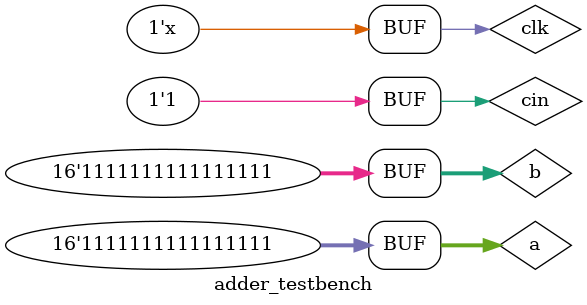
<source format=sv>
`timescale 1ns / 1ps
module adder_testbench();

// initialize variables
logic clk;  // initialie clock
logic [15:0] a, b;  // initializes inputs a and b. 16bits that's why [15:0]
logic cin;  // initialize cin. For carry
logic [15:0] s; // initialize output s
logic cout; // initialize cout

  // instantiate device under test
   adder #(16) instantiated_adder(a, b, cin, s, cout);
    
  initial begin
    clk = 0; // set initial value of clock to 0
    
    // Testcase 1: check if cin works
    a = 0; b = 0; cin = 1; #2;
    
    // wait for 1 clock cycle
    // Testcase 2: max 4 bits addition
    a = 15; b = 15; cin = 0; #2;
    
    // wait for 1 clock cycle
    // Testcase 3: simple addition
    a = 64; b = 32; cin = 0; #2;
    
    // wait for 1 clock cycle
    // Testcase 4: added carry
    a = 1075; b = 618; cin = 1; #2;
    
    // wait for 1 clock cycle
    // Testcase 5: simple addition
    a = 4905; b = 1273; cin = 0; #2;
   
    // wait for 1 clock cycle
    // Testcase 6: carry addition with overflow
    a = 10728; b = 55000; cin = 1; #2;
    
    // wait for 1 clock cycle
    // Testcase 7: max addition
    a = 65535; b = 65535; cin = 0; #2;
    
    // wait for 1 clock cycle
    // Testcase 8: max addition with carry
    a = 65535; b = 65535; cin = 1; #2;
  end

// set clock
always begin
    // 1ns for each tick, then 2ns for every clock cycle
    #1 clk = ~clk; 
end  
endmodule
</source>
